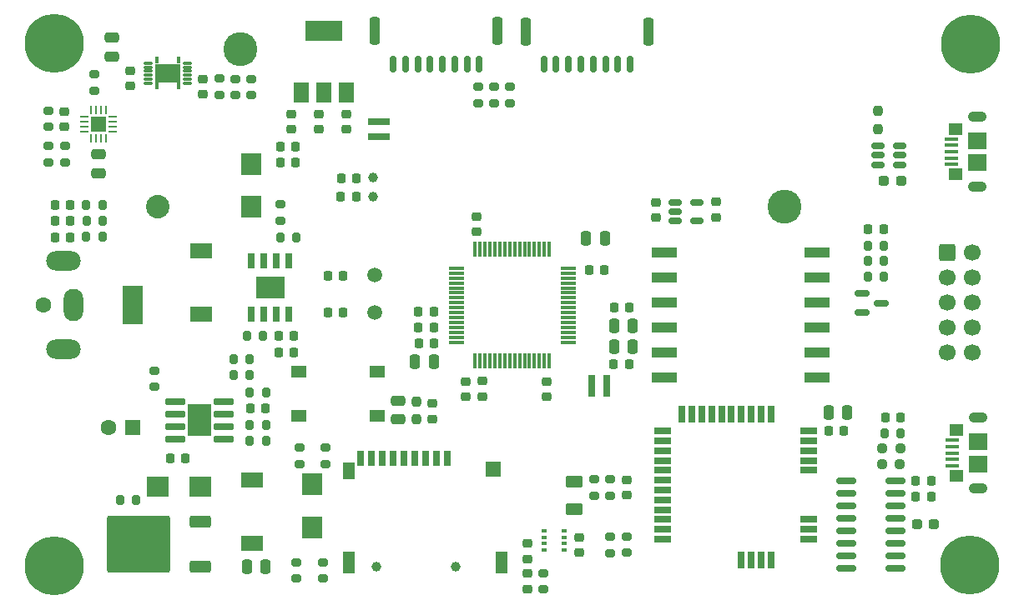
<source format=gbr>
%TF.GenerationSoftware,KiCad,Pcbnew,7.0.6*%
%TF.CreationDate,2023-08-23T22:53:45+03:00*%
%TF.ProjectId,Lorawan_prototype_v1.1,4c6f7261-7761-46e5-9f70-726f746f7479,rev?*%
%TF.SameCoordinates,Original*%
%TF.FileFunction,Soldermask,Top*%
%TF.FilePolarity,Negative*%
%FSLAX46Y46*%
G04 Gerber Fmt 4.6, Leading zero omitted, Abs format (unit mm)*
G04 Created by KiCad (PCBNEW 7.0.6) date 2023-08-23 22:53:45*
%MOMM*%
%LPD*%
G01*
G04 APERTURE LIST*
G04 Aperture macros list*
%AMRoundRect*
0 Rectangle with rounded corners*
0 $1 Rounding radius*
0 $2 $3 $4 $5 $6 $7 $8 $9 X,Y pos of 4 corners*
0 Add a 4 corners polygon primitive as box body*
4,1,4,$2,$3,$4,$5,$6,$7,$8,$9,$2,$3,0*
0 Add four circle primitives for the rounded corners*
1,1,$1+$1,$2,$3*
1,1,$1+$1,$4,$5*
1,1,$1+$1,$6,$7*
1,1,$1+$1,$8,$9*
0 Add four rect primitives between the rounded corners*
20,1,$1+$1,$2,$3,$4,$5,0*
20,1,$1+$1,$4,$5,$6,$7,0*
20,1,$1+$1,$6,$7,$8,$9,0*
20,1,$1+$1,$8,$9,$2,$3,0*%
G04 Aperture macros list end*
%ADD10RoundRect,0.250000X-0.600000X-0.600000X0.600000X-0.600000X0.600000X0.600000X-0.600000X0.600000X0*%
%ADD11C,1.700000*%
%ADD12RoundRect,0.200000X0.275000X-0.200000X0.275000X0.200000X-0.275000X0.200000X-0.275000X-0.200000X0*%
%ADD13C,1.000000*%
%ADD14R,0.700000X1.600000*%
%ADD15R,1.600000X1.500000*%
%ADD16R,1.200000X2.200000*%
%ADD17R,1.200000X1.800000*%
%ADD18RoundRect,0.237500X0.237500X-0.250000X0.237500X0.250000X-0.237500X0.250000X-0.237500X-0.250000X0*%
%ADD19R,2.200000X0.650000*%
%ADD20R,2.300000X0.650000*%
%ADD21C,2.390000*%
%ADD22C,3.450000*%
%ADD23RoundRect,0.200000X-0.275000X0.200000X-0.275000X-0.200000X0.275000X-0.200000X0.275000X0.200000X0*%
%ADD24RoundRect,0.218750X-0.256250X0.218750X-0.256250X-0.218750X0.256250X-0.218750X0.256250X0.218750X0*%
%ADD25RoundRect,0.250000X0.475000X-0.250000X0.475000X0.250000X-0.475000X0.250000X-0.475000X-0.250000X0*%
%ADD26RoundRect,0.225000X-0.250000X0.225000X-0.250000X-0.225000X0.250000X-0.225000X0.250000X0.225000X0*%
%ADD27R,0.650000X2.200000*%
%ADD28R,0.650000X2.300000*%
%ADD29R,2.971000X2.184000*%
%ADD30R,0.700000X1.526000*%
%ADD31R,2.280000X2.120000*%
%ADD32R,2.120000X2.280000*%
%ADD33RoundRect,0.250000X0.850000X0.350000X-0.850000X0.350000X-0.850000X-0.350000X0.850000X-0.350000X0*%
%ADD34RoundRect,0.249997X2.950003X2.650003X-2.950003X2.650003X-2.950003X-2.650003X2.950003X-2.650003X0*%
%ADD35C,0.800000*%
%ADD36C,6.000000*%
%ADD37RoundRect,0.218750X-0.218750X-0.256250X0.218750X-0.256250X0.218750X0.256250X-0.218750X0.256250X0*%
%ADD38RoundRect,0.225000X0.225000X0.250000X-0.225000X0.250000X-0.225000X-0.250000X0.225000X-0.250000X0*%
%ADD39RoundRect,0.237500X-0.237500X0.250000X-0.237500X-0.250000X0.237500X-0.250000X0.237500X0.250000X0*%
%ADD40RoundRect,0.200000X0.200000X0.275000X-0.200000X0.275000X-0.200000X-0.275000X0.200000X-0.275000X0*%
%ADD41RoundRect,0.150000X0.512500X0.150000X-0.512500X0.150000X-0.512500X-0.150000X0.512500X-0.150000X0*%
%ADD42RoundRect,0.200000X-0.200000X-0.275000X0.200000X-0.275000X0.200000X0.275000X-0.200000X0.275000X0*%
%ADD43RoundRect,0.250000X-0.250000X-0.475000X0.250000X-0.475000X0.250000X0.475000X-0.250000X0.475000X0*%
%ADD44RoundRect,0.225000X-0.225000X-0.250000X0.225000X-0.250000X0.225000X0.250000X-0.225000X0.250000X0*%
%ADD45RoundRect,0.150000X-0.587500X-0.150000X0.587500X-0.150000X0.587500X0.150000X-0.587500X0.150000X0*%
%ADD46RoundRect,0.096000X0.889000X0.204000X-0.889000X0.204000X-0.889000X-0.204000X0.889000X-0.204000X0*%
%ADD47R,2.410000X3.300000*%
%ADD48R,2.200000X1.500000*%
%ADD49RoundRect,0.250000X-0.475000X0.250000X-0.475000X-0.250000X0.475000X-0.250000X0.475000X0.250000X0*%
%ADD50C,1.600000*%
%ADD51R,2.000000X4.000000*%
%ADD52O,2.000000X3.300000*%
%ADD53O,3.500000X2.000000*%
%ADD54RoundRect,0.218750X0.218750X0.256250X-0.218750X0.256250X-0.218750X-0.256250X0.218750X-0.256250X0*%
%ADD55RoundRect,0.225000X0.250000X-0.225000X0.250000X0.225000X-0.250000X0.225000X-0.250000X-0.225000X0*%
%ADD56RoundRect,0.250000X0.250000X0.475000X-0.250000X0.475000X-0.250000X-0.475000X0.250000X-0.475000X0*%
%ADD57RoundRect,0.150000X-0.825000X-0.150000X0.825000X-0.150000X0.825000X0.150000X-0.825000X0.150000X0*%
%ADD58R,0.500000X0.350000*%
%ADD59RoundRect,0.150000X-0.512500X-0.150000X0.512500X-0.150000X0.512500X0.150000X-0.512500X0.150000X0*%
%ADD60RoundRect,0.237500X-0.287500X-0.237500X0.287500X-0.237500X0.287500X0.237500X-0.287500X0.237500X0*%
%ADD61R,1.550000X1.300000*%
%ADD62R,0.400000X0.575000*%
%ADD63R,0.400000X0.675000*%
%ADD64R,2.600000X1.950000*%
%ADD65RoundRect,0.050000X-0.100000X-0.100000X0.100000X-0.100000X0.100000X0.100000X-0.100000X0.100000X0*%
%ADD66O,0.950000X0.300000*%
%ADD67R,2.500000X1.000000*%
%ADD68RoundRect,0.237500X0.250000X0.237500X-0.250000X0.237500X-0.250000X-0.237500X0.250000X-0.237500X0*%
%ADD69RoundRect,0.075000X-0.700000X-0.075000X0.700000X-0.075000X0.700000X0.075000X-0.700000X0.075000X0*%
%ADD70RoundRect,0.075000X-0.075000X-0.700000X0.075000X-0.700000X0.075000X0.700000X-0.075000X0.700000X0*%
%ADD71RoundRect,0.150000X-0.150000X-0.700000X0.150000X-0.700000X0.150000X0.700000X-0.150000X0.700000X0*%
%ADD72RoundRect,0.250000X-0.250000X-1.150000X0.250000X-1.150000X0.250000X1.150000X-0.250000X1.150000X0*%
%ADD73R,1.600000X1.600000*%
%ADD74RoundRect,0.250000X0.625000X-0.375000X0.625000X0.375000X-0.625000X0.375000X-0.625000X-0.375000X0*%
%ADD75R,1.400000X0.400000*%
%ADD76O,1.900000X1.050000*%
%ADD77R,1.450000X1.150000*%
%ADD78R,1.900000X1.750000*%
%ADD79R,1.800000X0.700000*%
%ADD80R,0.700000X1.800000*%
%ADD81RoundRect,0.062500X0.062500X-0.375000X0.062500X0.375000X-0.062500X0.375000X-0.062500X-0.375000X0*%
%ADD82RoundRect,0.062500X0.375000X-0.062500X0.375000X0.062500X-0.375000X0.062500X-0.375000X-0.062500X0*%
%ADD83R,1.500000X2.000000*%
%ADD84R,3.800000X2.000000*%
%ADD85C,1.500000*%
G04 APERTURE END LIST*
D10*
%TO.C,J3*%
X192370000Y-84810000D03*
D11*
X194910000Y-84810000D03*
X192370000Y-87350000D03*
X194910000Y-87350000D03*
X192370000Y-89890000D03*
X194910000Y-89890000D03*
X192370000Y-92430000D03*
X194910000Y-92430000D03*
X192370000Y-94970000D03*
X194910000Y-94970000D03*
%TD*%
D12*
%TO.C,R40*%
X126350000Y-117950000D03*
X126350000Y-116300000D03*
%TD*%
D13*
%TO.C,J7*%
X134480000Y-116740000D03*
X142480000Y-116740000D03*
D14*
X141680000Y-105740000D03*
X140580000Y-105740000D03*
X139480000Y-105740000D03*
X138380000Y-105740000D03*
X137280000Y-105740000D03*
X136180000Y-105740000D03*
X135080000Y-105740000D03*
X133980000Y-105740000D03*
X132880000Y-105740000D03*
D15*
X146280000Y-106790000D03*
D16*
X147180000Y-116340000D03*
X131680000Y-116340000D03*
D17*
X131680000Y-107040000D03*
%TD*%
D18*
%TO.C,R1*%
X138480000Y-101790000D03*
X138480000Y-99965000D03*
%TD*%
D19*
%TO.C,BT1*%
X134660000Y-73010000D03*
D20*
X134710000Y-71510000D03*
%TD*%
D21*
%TO.C,BT2*%
X112280000Y-80190000D03*
D22*
X120610000Y-64190000D03*
X175810000Y-80190000D03*
%TD*%
D12*
%TO.C,R39*%
X129070000Y-117920000D03*
X129070000Y-116270000D03*
%TD*%
%TO.C,R38*%
X126630000Y-106290000D03*
X126630000Y-104640000D03*
%TD*%
%TO.C,R37*%
X129250000Y-106280000D03*
X129250000Y-104630000D03*
%TD*%
D23*
%TO.C,R36*%
X151390000Y-117410000D03*
X151390000Y-119060000D03*
%TD*%
D24*
%TO.C,D12*%
X149770000Y-117450000D03*
X149770000Y-119025000D03*
%TD*%
D25*
%TO.C,C44*%
X136610000Y-101790000D03*
X136610000Y-99890000D03*
%TD*%
D26*
%TO.C,C43*%
X140130000Y-100180000D03*
X140130000Y-101730000D03*
%TD*%
D27*
%TO.C,BT3*%
X156310000Y-98330000D03*
D28*
X157810000Y-98380000D03*
%TD*%
D29*
%TO.C,U11*%
X123685000Y-88348000D03*
D30*
X121780000Y-85636000D03*
X123050000Y-85636000D03*
X124320000Y-85636000D03*
X125590000Y-85636000D03*
X125590000Y-91060000D03*
X124320000Y-91060000D03*
X123050000Y-91060000D03*
X121780000Y-91060000D03*
%TD*%
D12*
%TO.C,R35*%
X121750000Y-67180000D03*
X121750000Y-68830000D03*
%TD*%
D23*
%TO.C,R34*%
X120110000Y-68820000D03*
X120110000Y-67170000D03*
%TD*%
D31*
%TO.C,D3*%
X112240000Y-108620000D03*
X116570000Y-108620000D03*
%TD*%
D32*
%TO.C,D10*%
X121770000Y-75830000D03*
X121770000Y-80160000D03*
%TD*%
%TO.C,D4*%
X127950000Y-112720000D03*
X127950000Y-108390000D03*
%TD*%
D33*
%TO.C,Q1*%
X116605000Y-116735000D03*
X116605000Y-112175000D03*
D34*
X110305000Y-114455000D03*
%TD*%
D35*
%TO.C,H3*%
X99489010Y-63600990D03*
X100148020Y-62010000D03*
X100148020Y-65191980D03*
X101739010Y-61350990D03*
D36*
X101739010Y-63600990D03*
D35*
X101739010Y-65850990D03*
X103330000Y-62010000D03*
X103330000Y-65191980D03*
X103989010Y-63600990D03*
%TD*%
D12*
%TO.C,R33*%
X146370000Y-69620000D03*
X146370000Y-67970000D03*
%TD*%
D35*
%TO.C,H1*%
X192380000Y-116540000D03*
X193039010Y-114949010D03*
X193039010Y-118130990D03*
X194630000Y-114290000D03*
D36*
X194630000Y-116540000D03*
D35*
X194630000Y-118790000D03*
X196220990Y-114949010D03*
X196220990Y-118130990D03*
X196880000Y-116540000D03*
%TD*%
D26*
%TO.C,C15*%
X143530000Y-97900000D03*
X143530000Y-99450000D03*
%TD*%
D37*
%TO.C,L2*%
X138710000Y-92430000D03*
X140285000Y-92430000D03*
%TD*%
D38*
%TO.C,C27*%
X160090000Y-90390000D03*
X158540000Y-90390000D03*
%TD*%
D39*
%TO.C,R5*%
X185310000Y-70420000D03*
X185310000Y-72245000D03*
%TD*%
D40*
%TO.C,R2*%
X185950000Y-84110000D03*
X184300000Y-84110000D03*
%TD*%
%TO.C,R10*%
X121610000Y-95680000D03*
X119960000Y-95680000D03*
%TD*%
D41*
%TO.C,U1*%
X187570000Y-75900000D03*
X187570000Y-74950000D03*
X187570000Y-74000000D03*
X185295000Y-74000000D03*
X185295000Y-74950000D03*
X185295000Y-75900000D03*
%TD*%
D42*
%TO.C,R8*%
X108430000Y-109950000D03*
X110080000Y-109950000D03*
%TD*%
D43*
%TO.C,C26*%
X180330000Y-101090000D03*
X182230000Y-101090000D03*
%TD*%
D40*
%TO.C,R26*%
X122940000Y-93270000D03*
X121290000Y-93270000D03*
%TD*%
D44*
%TO.C,C38*%
X124690000Y-75710000D03*
X126240000Y-75710000D03*
%TD*%
%TO.C,C8*%
X121670000Y-100690000D03*
X123220000Y-100690000D03*
%TD*%
D38*
%TO.C,C3*%
X131060000Y-87150000D03*
X129510000Y-87150000D03*
%TD*%
D40*
%TO.C,R6*%
X123270000Y-99020000D03*
X121620000Y-99020000D03*
%TD*%
D45*
%TO.C,Q2*%
X183755000Y-88990000D03*
X183755000Y-90890000D03*
X185630000Y-89940000D03*
%TD*%
D40*
%TO.C,R18*%
X105030000Y-81630000D03*
X106680000Y-81630000D03*
%TD*%
D46*
%TO.C,U2*%
X118980000Y-103780000D03*
X118980000Y-102510000D03*
X118980000Y-101240000D03*
X118980000Y-99970000D03*
X114030000Y-99970000D03*
X114030000Y-101240000D03*
X114030000Y-102510000D03*
X114030000Y-103780000D03*
D47*
X116505000Y-101875000D03*
%TD*%
D48*
%TO.C,L1*%
X121870000Y-114370000D03*
X121870000Y-107970000D03*
%TD*%
D26*
%TO.C,C41*%
X155010000Y-113740000D03*
X155010000Y-115290000D03*
%TD*%
D23*
%TO.C,R14*%
X101170000Y-70420000D03*
X101170000Y-72070000D03*
%TD*%
D49*
%TO.C,C21*%
X106280000Y-74830000D03*
X106280000Y-76730000D03*
%TD*%
D50*
%TO.C,J2*%
X100700000Y-90170000D03*
D51*
X109700000Y-90170000D03*
D52*
X103700000Y-90170000D03*
D53*
X102700000Y-85670000D03*
X102700000Y-94670000D03*
%TD*%
D26*
%TO.C,C42*%
X149780000Y-114400000D03*
X149780000Y-115950000D03*
%TD*%
D40*
%TO.C,R17*%
X187650000Y-103180000D03*
X186000000Y-103180000D03*
%TD*%
D54*
%TO.C,D2*%
X185905000Y-82450000D03*
X184330000Y-82450000D03*
%TD*%
D26*
%TO.C,C11*%
X151730000Y-97900000D03*
X151730000Y-99450000D03*
%TD*%
D55*
%TO.C,C29*%
X109430000Y-67880000D03*
X109430000Y-66330000D03*
%TD*%
D25*
%TO.C,C22*%
X107570000Y-64880000D03*
X107570000Y-62980000D03*
%TD*%
D38*
%TO.C,C2*%
X130852113Y-77270000D03*
X132402113Y-77270000D03*
%TD*%
%TO.C,C14*%
X140280000Y-94070000D03*
X138730000Y-94070000D03*
%TD*%
D54*
%TO.C,D6*%
X101810000Y-81630000D03*
X103385000Y-81630000D03*
%TD*%
D44*
%TO.C,C34*%
X189160000Y-109630000D03*
X190710000Y-109630000D03*
%TD*%
D56*
%TO.C,C25*%
X160460000Y-92240000D03*
X158560000Y-92240000D03*
%TD*%
D44*
%TO.C,C18*%
X186055000Y-101610000D03*
X187605000Y-101610000D03*
%TD*%
%TO.C,C30*%
X189160000Y-108030000D03*
X190710000Y-108030000D03*
%TD*%
D12*
%TO.C,R23*%
X156580000Y-109500000D03*
X156580000Y-107850000D03*
%TD*%
D57*
%TO.C,U9*%
X182140000Y-108030000D03*
X182140000Y-109300000D03*
X182140000Y-110570000D03*
X182140000Y-111840000D03*
X182140000Y-113110000D03*
X182140000Y-114380000D03*
X182140000Y-115650000D03*
X182140000Y-116920000D03*
X187090000Y-116920000D03*
X187090000Y-115650000D03*
X187090000Y-114380000D03*
X187090000Y-113110000D03*
X187090000Y-111840000D03*
X187090000Y-110570000D03*
X187090000Y-109300000D03*
X187090000Y-108030000D03*
%TD*%
D38*
%TO.C,C4*%
X131050000Y-90940000D03*
X129500000Y-90940000D03*
%TD*%
D42*
%TO.C,R21*%
X184295000Y-85690000D03*
X185945000Y-85690000D03*
%TD*%
D38*
%TO.C,C1*%
X140250000Y-90840000D03*
X138700000Y-90840000D03*
%TD*%
D58*
%TO.C,U12*%
X151430000Y-115040000D03*
X151430000Y-114390000D03*
X151430000Y-113740000D03*
X151430000Y-113090000D03*
X153480000Y-113090000D03*
X153480000Y-113740000D03*
X153480000Y-114390000D03*
X153480000Y-115040000D03*
%TD*%
D59*
%TO.C,U5*%
X164725000Y-79700000D03*
X164725000Y-80650000D03*
X164725000Y-81600000D03*
X167000000Y-81600000D03*
X167000000Y-79700000D03*
%TD*%
D38*
%TO.C,C5*%
X130827113Y-79170000D03*
X132377113Y-79170000D03*
%TD*%
D60*
%TO.C,D1*%
X187710000Y-77500000D03*
X185960000Y-77500000D03*
%TD*%
D12*
%TO.C,R4*%
X111890000Y-98480000D03*
X111890000Y-96830000D03*
%TD*%
D38*
%TO.C,C7*%
X115070000Y-105700000D03*
X113520000Y-105700000D03*
%TD*%
D61*
%TO.C,SW1*%
X134520000Y-101390000D03*
X126560000Y-101390000D03*
X134520000Y-96890000D03*
X126560000Y-96890000D03*
%TD*%
D62*
%TO.C,U7*%
X114375000Y-67965000D03*
D63*
X114375000Y-67912500D03*
X114375000Y-65287500D03*
D62*
X114375000Y-65235000D03*
D64*
X113275000Y-66600000D03*
X113275000Y-66600000D03*
D62*
X112175000Y-67965000D03*
D63*
X112175000Y-67912500D03*
X112175000Y-65287500D03*
D62*
X112175000Y-65235000D03*
D65*
X115575000Y-65600000D03*
D66*
X115250000Y-65600000D03*
D65*
X115575000Y-66000000D03*
D66*
X115250000Y-66000000D03*
D65*
X115575000Y-66400000D03*
D66*
X115250000Y-66400000D03*
D65*
X115575000Y-66800000D03*
D66*
X115250000Y-66800000D03*
D65*
X115575000Y-67200000D03*
D66*
X115250000Y-67200000D03*
D65*
X115575000Y-67600000D03*
D66*
X115250000Y-67600000D03*
X111300000Y-67600000D03*
D65*
X110975000Y-67600000D03*
D66*
X111300000Y-67200000D03*
D65*
X110975000Y-67200000D03*
D66*
X111300000Y-66800000D03*
D65*
X110975000Y-66800000D03*
D66*
X111300000Y-66400000D03*
D65*
X110975000Y-66400000D03*
D66*
X111300000Y-66000000D03*
D65*
X110975000Y-66000000D03*
D66*
X111300000Y-65600000D03*
D65*
X110975000Y-65600000D03*
%TD*%
D26*
%TO.C,C10*%
X145210000Y-97890000D03*
X145210000Y-99440000D03*
%TD*%
D42*
%TO.C,R19*%
X105010000Y-79990000D03*
X106660000Y-79990000D03*
%TD*%
D26*
%TO.C,C24*%
X168920000Y-79690000D03*
X168920000Y-81240000D03*
%TD*%
D44*
%TO.C,C40*%
X124690000Y-74090000D03*
X126240000Y-74090000D03*
%TD*%
D12*
%TO.C,R12*%
X158150000Y-115340000D03*
X158150000Y-113690000D03*
%TD*%
D26*
%TO.C,C32*%
X131390000Y-70720000D03*
X131390000Y-72270000D03*
%TD*%
%TO.C,C39*%
X125770000Y-70770000D03*
X125770000Y-72320000D03*
%TD*%
D42*
%TO.C,R30*%
X124680000Y-83310000D03*
X126330000Y-83310000D03*
%TD*%
D67*
%TO.C,U8*%
X163660000Y-84840000D03*
X163660000Y-87380000D03*
X163660000Y-89920000D03*
X163660000Y-92460000D03*
X163660000Y-95000000D03*
X163660000Y-97540000D03*
X179160000Y-97540000D03*
X179160000Y-95000000D03*
X179160000Y-92460000D03*
X179160000Y-89920000D03*
X179160000Y-87380000D03*
X179160000Y-84840000D03*
%TD*%
D26*
%TO.C,C37*%
X128590000Y-72300000D03*
X128590000Y-70750000D03*
%TD*%
D68*
%TO.C,R24*%
X187580000Y-104750000D03*
X185755000Y-104750000D03*
%TD*%
D44*
%TO.C,C28*%
X180340000Y-102930000D03*
X181890000Y-102930000D03*
%TD*%
D56*
%TO.C,C35*%
X160460000Y-94370000D03*
X158560000Y-94370000D03*
%TD*%
D26*
%TO.C,C20*%
X162830000Y-79700000D03*
X162830000Y-81250000D03*
%TD*%
D44*
%TO.C,C12*%
X156040000Y-86560000D03*
X157590000Y-86560000D03*
%TD*%
D43*
%TO.C,C16*%
X155710000Y-83340000D03*
X157610000Y-83340000D03*
%TD*%
D69*
%TO.C,U3*%
X142555000Y-86420000D03*
X142555000Y-86920000D03*
X142555000Y-87420000D03*
X142555000Y-87920000D03*
X142555000Y-88420000D03*
X142555000Y-88920000D03*
X142555000Y-89420000D03*
X142555000Y-89920000D03*
X142555000Y-90420000D03*
X142555000Y-90920000D03*
X142555000Y-91420000D03*
X142555000Y-91920000D03*
X142555000Y-92420000D03*
X142555000Y-92920000D03*
X142555000Y-93420000D03*
X142555000Y-93920000D03*
D70*
X144480000Y-95845000D03*
X144980000Y-95845000D03*
X145480000Y-95845000D03*
X145980000Y-95845000D03*
X146480000Y-95845000D03*
X146980000Y-95845000D03*
X147480000Y-95845000D03*
X147980000Y-95845000D03*
X148480000Y-95845000D03*
X148980000Y-95845000D03*
X149480000Y-95845000D03*
X149980000Y-95845000D03*
X150480000Y-95845000D03*
X150980000Y-95845000D03*
X151480000Y-95845000D03*
X151980000Y-95845000D03*
D69*
X153905000Y-93920000D03*
X153905000Y-93420000D03*
X153905000Y-92920000D03*
X153905000Y-92420000D03*
X153905000Y-91920000D03*
X153905000Y-91420000D03*
X153905000Y-90920000D03*
X153905000Y-90420000D03*
X153905000Y-89920000D03*
X153905000Y-89420000D03*
X153905000Y-88920000D03*
X153905000Y-88420000D03*
X153905000Y-87920000D03*
X153905000Y-87420000D03*
X153905000Y-86920000D03*
X153905000Y-86420000D03*
D70*
X151980000Y-84495000D03*
X151480000Y-84495000D03*
X150980000Y-84495000D03*
X150480000Y-84495000D03*
X149980000Y-84495000D03*
X149480000Y-84495000D03*
X148980000Y-84495000D03*
X148480000Y-84495000D03*
X147980000Y-84495000D03*
X147480000Y-84495000D03*
X146980000Y-84495000D03*
X146480000Y-84495000D03*
X145980000Y-84495000D03*
X145480000Y-84495000D03*
X144980000Y-84495000D03*
X144480000Y-84495000D03*
%TD*%
D12*
%TO.C,R32*%
X148010000Y-69630000D03*
X148010000Y-67980000D03*
%TD*%
D71*
%TO.C,J5*%
X151440000Y-65700000D03*
X152690000Y-65700000D03*
X153940000Y-65700000D03*
X155190000Y-65700000D03*
X156440000Y-65700000D03*
X157690000Y-65700000D03*
X158940000Y-65700000D03*
X160190000Y-65700000D03*
D72*
X149590000Y-62350000D03*
X162040000Y-62350000D03*
%TD*%
D13*
%TO.C,Y1*%
X134100000Y-79130000D03*
X134100000Y-77230000D03*
%TD*%
D24*
%TO.C,D11*%
X159810000Y-107895000D03*
X159810000Y-109470000D03*
%TD*%
D23*
%TO.C,R28*%
X158160000Y-107855000D03*
X158160000Y-109505000D03*
%TD*%
D44*
%TO.C,C36*%
X158520000Y-96190000D03*
X160070000Y-96190000D03*
%TD*%
D12*
%TO.C,R31*%
X144790000Y-69620000D03*
X144790000Y-67970000D03*
%TD*%
D54*
%TO.C,D5*%
X101810000Y-80010000D03*
X103385000Y-80010000D03*
%TD*%
D71*
%TO.C,J6*%
X136150000Y-65680000D03*
X137400000Y-65680000D03*
X138650000Y-65680000D03*
X139900000Y-65680000D03*
X141150000Y-65680000D03*
X142400000Y-65680000D03*
X143650000Y-65680000D03*
X144900000Y-65680000D03*
D72*
X134300000Y-62330000D03*
X146750000Y-62330000D03*
%TD*%
D40*
%TO.C,R27*%
X106670000Y-83220000D03*
X105020000Y-83220000D03*
%TD*%
D23*
%TO.C,R13*%
X102830000Y-73990000D03*
X102830000Y-75640000D03*
%TD*%
D26*
%TO.C,C23*%
X116860000Y-68760000D03*
X116860000Y-67210000D03*
%TD*%
D73*
%TO.C,C6*%
X109740000Y-102590000D03*
D50*
X107240000Y-102590000D03*
%TD*%
D56*
%TO.C,C9*%
X123190000Y-116720000D03*
X121290000Y-116720000D03*
%TD*%
D74*
%TO.C,D7*%
X154520000Y-110860000D03*
X154520000Y-108060000D03*
%TD*%
D40*
%TO.C,R20*%
X185950000Y-87310000D03*
X184300000Y-87310000D03*
%TD*%
D75*
%TO.C,J4*%
X192850000Y-106485000D03*
X192850000Y-105835000D03*
X192850000Y-105185000D03*
X192850000Y-104535000D03*
X192850000Y-103885000D03*
D76*
X195500000Y-108760000D03*
D77*
X193270000Y-107505000D03*
D78*
X195500000Y-106310000D03*
X195500000Y-104060000D03*
D77*
X193270000Y-102865000D03*
D76*
X195500000Y-101610000D03*
%TD*%
D75*
%TO.C,J1*%
X192770000Y-75875000D03*
X192770000Y-75225000D03*
X192770000Y-74575000D03*
X192770000Y-73925000D03*
X192770000Y-73275000D03*
D76*
X195420000Y-78150000D03*
D77*
X193190000Y-76895000D03*
D78*
X195420000Y-75700000D03*
X195420000Y-73450000D03*
D77*
X193190000Y-72255000D03*
D76*
X195420000Y-71000000D03*
%TD*%
D12*
%TO.C,R9*%
X159840000Y-115330000D03*
X159840000Y-113680000D03*
%TD*%
D35*
%TO.C,H2*%
X104000000Y-116660000D03*
X103340990Y-118250990D03*
X103340990Y-115069010D03*
X101750000Y-118910000D03*
D36*
X101750000Y-116660000D03*
D35*
X101750000Y-114410000D03*
X100159010Y-118250990D03*
X100159010Y-115069010D03*
X99500000Y-116660000D03*
%TD*%
D23*
%TO.C,R29*%
X124680000Y-79940000D03*
X124680000Y-81590000D03*
%TD*%
%TO.C,R16*%
X101180000Y-73980000D03*
X101180000Y-75630000D03*
%TD*%
D42*
%TO.C,R7*%
X121620000Y-103940000D03*
X123270000Y-103940000D03*
%TD*%
%TO.C,R3*%
X121620000Y-102330000D03*
X123270000Y-102330000D03*
%TD*%
D68*
%TO.C,R25*%
X187570000Y-106310000D03*
X185745000Y-106310000D03*
%TD*%
D79*
%TO.C,U6*%
X163510000Y-102940000D03*
X163510000Y-103940000D03*
X163510000Y-104940000D03*
X163510000Y-105940000D03*
X163510000Y-106940000D03*
X163510000Y-107940000D03*
X163510000Y-108940000D03*
X163510000Y-109940000D03*
X163510000Y-110940000D03*
X163510000Y-111940000D03*
X163510000Y-112940000D03*
X163510000Y-113940000D03*
D80*
X171465000Y-116075000D03*
X172465000Y-116075000D03*
X173465000Y-116075000D03*
X174465000Y-116075000D03*
D79*
X178310000Y-113940000D03*
X178310000Y-112940000D03*
X178310000Y-111940000D03*
X178310000Y-106940000D03*
X178310000Y-105940000D03*
X178310000Y-104940000D03*
X178310000Y-103940000D03*
X178310000Y-102940000D03*
D80*
X174465000Y-101275000D03*
X173465000Y-101275000D03*
X172465000Y-101275000D03*
X171465000Y-101275000D03*
X170465000Y-101275000D03*
X169465000Y-101275000D03*
X168465000Y-101275000D03*
X167465000Y-101275000D03*
X166455000Y-101275000D03*
X165455000Y-101275000D03*
%TD*%
D12*
%TO.C,R22*%
X118490000Y-67160000D03*
X118490000Y-68810000D03*
%TD*%
%TO.C,R15*%
X105790000Y-68355000D03*
X105790000Y-66705000D03*
%TD*%
D42*
%TO.C,R11*%
X119960000Y-97250000D03*
X121610000Y-97250000D03*
%TD*%
D37*
%TO.C,D9*%
X101830000Y-83250000D03*
X103405000Y-83250000D03*
%TD*%
D26*
%TO.C,C19*%
X102810000Y-70470000D03*
X102810000Y-72020000D03*
%TD*%
D56*
%TO.C,C17*%
X140260000Y-95910000D03*
X138360000Y-95910000D03*
%TD*%
D81*
%TO.C,U4*%
X105532500Y-73217500D03*
X106032500Y-73217500D03*
X106532500Y-73217500D03*
X107032500Y-73217500D03*
D82*
X107720000Y-72530000D03*
X107720000Y-72030000D03*
X107720000Y-71530000D03*
X107720000Y-71030000D03*
D81*
X107032500Y-70342500D03*
X106532500Y-70342500D03*
X106032500Y-70342500D03*
X105532500Y-70342500D03*
D82*
X104845000Y-71030000D03*
X104845000Y-71530000D03*
X104845000Y-72030000D03*
X104845000Y-72530000D03*
D73*
X106282500Y-71780000D03*
%TD*%
D83*
%TO.C,U10*%
X131390000Y-68570000D03*
D84*
X129090000Y-62270000D03*
D83*
X129090000Y-68570000D03*
X126790000Y-68570000D03*
%TD*%
D55*
%TO.C,C13*%
X144650000Y-82700000D03*
X144650000Y-81150000D03*
%TD*%
D35*
%TO.C,H4*%
X192479010Y-63660990D03*
X193138020Y-62070000D03*
X193138020Y-65251980D03*
X194729010Y-61410990D03*
D36*
X194729010Y-63660990D03*
D35*
X194729010Y-65910990D03*
X196320000Y-62070000D03*
X196320000Y-65251980D03*
X196979010Y-63660990D03*
%TD*%
D48*
%TO.C,L3*%
X116660000Y-84660000D03*
X116660000Y-91060000D03*
%TD*%
D44*
%TO.C,C31*%
X124540000Y-94970000D03*
X126090000Y-94970000D03*
%TD*%
%TO.C,C33*%
X124540000Y-93270000D03*
X126090000Y-93270000D03*
%TD*%
D85*
%TO.C,Y2*%
X134260000Y-87140000D03*
X134260000Y-90940000D03*
%TD*%
D60*
%TO.C,D8*%
X189270000Y-112420000D03*
X191020000Y-112420000D03*
%TD*%
M02*

</source>
